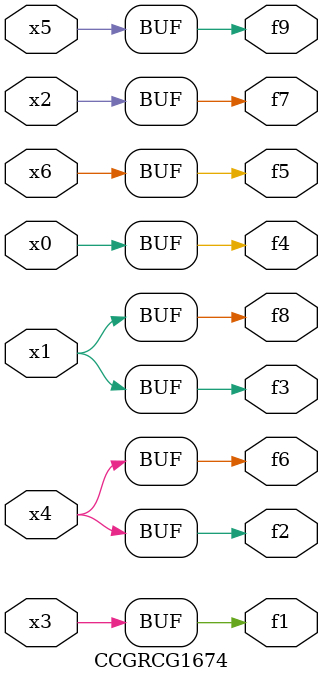
<source format=v>
module CCGRCG1674(
	input x0, x1, x2, x3, x4, x5, x6,
	output f1, f2, f3, f4, f5, f6, f7, f8, f9
);
	assign f1 = x3;
	assign f2 = x4;
	assign f3 = x1;
	assign f4 = x0;
	assign f5 = x6;
	assign f6 = x4;
	assign f7 = x2;
	assign f8 = x1;
	assign f9 = x5;
endmodule

</source>
